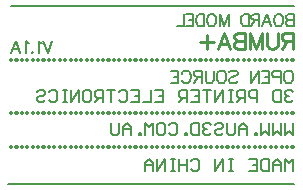
<source format=gbo>
G04 Layer_Color=32896*
%FSLAX44Y44*%
%MOMM*%
G71*
G01*
G75*
%ADD48C,0.2540*%
%ADD72C,0.1270*%
%ADD140C,0.2032*%
D48*
X854494Y296494D02*
Y295578D01*
X853578D01*
Y296494D01*
X854494D01*
X849912D02*
Y295578D01*
X848996D01*
Y296494D01*
X849912D01*
X845330D02*
Y295578D01*
X844414D01*
Y296494D01*
X845330D01*
X840748D02*
Y295578D01*
X839832D01*
Y296494D01*
X840748D01*
X836167D02*
Y295578D01*
X835250D01*
Y296494D01*
X836167D01*
X831585D02*
Y295578D01*
X830668D01*
Y296494D01*
X831585D01*
X827003D02*
Y295578D01*
X826087D01*
Y296494D01*
X827003D01*
X822421D02*
Y295578D01*
X821505D01*
Y296494D01*
X822421D01*
X817839D02*
Y295578D01*
X816923D01*
Y296494D01*
X817839D01*
X813257D02*
Y295578D01*
X812341D01*
Y296494D01*
X813257D01*
X808675D02*
Y295578D01*
X807759D01*
Y296494D01*
X808675D01*
X804094D02*
Y295578D01*
X803177D01*
Y296494D01*
X804094D01*
X799512D02*
Y295578D01*
X798595D01*
Y296494D01*
X799512D01*
X794930D02*
Y295578D01*
X794014D01*
Y296494D01*
X794930D01*
X790348D02*
Y295578D01*
X789432D01*
Y296494D01*
X790348D01*
X785766D02*
Y295578D01*
X784850D01*
Y296494D01*
X785766D01*
X781184D02*
Y295578D01*
X780268D01*
Y296494D01*
X781184D01*
X776602D02*
Y295578D01*
X775686D01*
Y296494D01*
X776602D01*
X772021D02*
Y295578D01*
X771104D01*
Y296494D01*
X772021D01*
X767439D02*
Y295578D01*
X766522D01*
Y296494D01*
X767439D01*
X762857D02*
Y295578D01*
X761941D01*
Y296494D01*
X762857D01*
X758275D02*
Y295578D01*
X757359D01*
Y296494D01*
X758275D01*
X753693D02*
Y295578D01*
X752777D01*
Y296494D01*
X753693D01*
X749111D02*
Y295578D01*
X748195D01*
Y296494D01*
X749111D01*
X744529D02*
Y295578D01*
X743613D01*
Y296494D01*
X744529D01*
X739948D02*
Y295578D01*
X739031D01*
Y296494D01*
X739948D01*
X735366D02*
Y295578D01*
X734449D01*
Y296494D01*
X735366D01*
X730784D02*
Y295578D01*
X729867D01*
Y296494D01*
X730784D01*
X726202D02*
Y295578D01*
X725286D01*
Y296494D01*
X726202D01*
X721620D02*
Y295578D01*
X720704D01*
Y296494D01*
X721620D01*
X717038D02*
Y295578D01*
X716122D01*
Y296494D01*
X717038D01*
X712457D02*
Y295578D01*
X711540D01*
Y296494D01*
X712457D01*
X707875D02*
Y295578D01*
X706958D01*
Y296494D01*
X707875D01*
X703293D02*
Y295578D01*
X702376D01*
Y296494D01*
X703293D01*
X698711D02*
Y295578D01*
X697794D01*
Y296494D01*
X698711D01*
X694129D02*
Y295578D01*
X693213D01*
Y296494D01*
X694129D01*
X689547D02*
Y295578D01*
X688631D01*
Y296494D01*
X689547D01*
X684965D02*
Y295578D01*
X684049D01*
Y296494D01*
X684965D01*
X680384D02*
Y295578D01*
X679467D01*
Y296494D01*
X680384D01*
X675802D02*
Y295578D01*
X674885D01*
Y296494D01*
X675802D01*
X671220D02*
Y295578D01*
X670303D01*
Y296494D01*
X671220D01*
X666638D02*
Y295578D01*
X665722D01*
Y296494D01*
X666638D01*
X662056D02*
Y295578D01*
X661140D01*
Y296494D01*
X662056D01*
X657474D02*
Y295578D01*
X656558D01*
Y296494D01*
X657474D01*
X652892D02*
Y295578D01*
X651976D01*
Y296494D01*
X652892D01*
X648310D02*
Y295578D01*
X647394D01*
Y296494D01*
X648310D01*
X643729D02*
Y295578D01*
X642812D01*
Y296494D01*
X643729D01*
X639147D02*
Y295578D01*
X638230D01*
Y296494D01*
X639147D01*
X634565D02*
Y295578D01*
X633649D01*
Y296494D01*
X634565D01*
X629983D02*
Y295578D01*
X629067D01*
Y296494D01*
X629983D01*
X625401D02*
Y295578D01*
X624485D01*
Y296494D01*
X625401D01*
X620819D02*
Y295578D01*
X619903D01*
Y296494D01*
X620819D01*
X616237D02*
Y295578D01*
X615321D01*
Y296494D01*
X616237D01*
X854494Y324942D02*
Y324026D01*
X853578D01*
Y324942D01*
X854494D01*
X849912D02*
Y324026D01*
X848996D01*
Y324942D01*
X849912D01*
X845330D02*
Y324026D01*
X844414D01*
Y324942D01*
X845330D01*
X840748D02*
Y324026D01*
X839832D01*
Y324942D01*
X840748D01*
X836167D02*
Y324026D01*
X835250D01*
Y324942D01*
X836167D01*
X831585D02*
Y324026D01*
X830668D01*
Y324942D01*
X831585D01*
X827003D02*
Y324026D01*
X826087D01*
Y324942D01*
X827003D01*
X822421D02*
Y324026D01*
X821505D01*
Y324942D01*
X822421D01*
X817839D02*
Y324026D01*
X816923D01*
Y324942D01*
X817839D01*
X813257D02*
Y324026D01*
X812341D01*
Y324942D01*
X813257D01*
X808675D02*
Y324026D01*
X807759D01*
Y324942D01*
X808675D01*
X804094D02*
Y324026D01*
X803177D01*
Y324942D01*
X804094D01*
X799512D02*
Y324026D01*
X798595D01*
Y324942D01*
X799512D01*
X794930D02*
Y324026D01*
X794014D01*
Y324942D01*
X794930D01*
X790348D02*
Y324026D01*
X789432D01*
Y324942D01*
X790348D01*
X785766D02*
Y324026D01*
X784850D01*
Y324942D01*
X785766D01*
X781184D02*
Y324026D01*
X780268D01*
Y324942D01*
X781184D01*
X776602D02*
Y324026D01*
X775686D01*
Y324942D01*
X776602D01*
X772021D02*
Y324026D01*
X771104D01*
Y324942D01*
X772021D01*
X767439D02*
Y324026D01*
X766522D01*
Y324942D01*
X767439D01*
X762857D02*
Y324026D01*
X761941D01*
Y324942D01*
X762857D01*
X758275D02*
Y324026D01*
X757359D01*
Y324942D01*
X758275D01*
X753693D02*
Y324026D01*
X752777D01*
Y324942D01*
X753693D01*
X749111D02*
Y324026D01*
X748195D01*
Y324942D01*
X749111D01*
X744529D02*
Y324026D01*
X743613D01*
Y324942D01*
X744529D01*
X739948D02*
Y324026D01*
X739031D01*
Y324942D01*
X739948D01*
X735366D02*
Y324026D01*
X734449D01*
Y324942D01*
X735366D01*
X730784D02*
Y324026D01*
X729867D01*
Y324942D01*
X730784D01*
X726202D02*
Y324026D01*
X725286D01*
Y324942D01*
X726202D01*
X721620D02*
Y324026D01*
X720704D01*
Y324942D01*
X721620D01*
X717038D02*
Y324026D01*
X716122D01*
Y324942D01*
X717038D01*
X712457D02*
Y324026D01*
X711540D01*
Y324942D01*
X712457D01*
X707875D02*
Y324026D01*
X706958D01*
Y324942D01*
X707875D01*
X703293D02*
Y324026D01*
X702376D01*
Y324942D01*
X703293D01*
X698711D02*
Y324026D01*
X697794D01*
Y324942D01*
X698711D01*
X694129D02*
Y324026D01*
X693213D01*
Y324942D01*
X694129D01*
X689547D02*
Y324026D01*
X688631D01*
Y324942D01*
X689547D01*
X684965D02*
Y324026D01*
X684049D01*
Y324942D01*
X684965D01*
X680384D02*
Y324026D01*
X679467D01*
Y324942D01*
X680384D01*
X675802D02*
Y324026D01*
X674885D01*
Y324942D01*
X675802D01*
X671220D02*
Y324026D01*
X670303D01*
Y324942D01*
X671220D01*
X666638D02*
Y324026D01*
X665722D01*
Y324942D01*
X666638D01*
X662056D02*
Y324026D01*
X661140D01*
Y324942D01*
X662056D01*
X657474D02*
Y324026D01*
X656558D01*
Y324942D01*
X657474D01*
X652892D02*
Y324026D01*
X651976D01*
Y324942D01*
X652892D01*
X648310D02*
Y324026D01*
X647394D01*
Y324942D01*
X648310D01*
X643729D02*
Y324026D01*
X642812D01*
Y324942D01*
X643729D01*
X639147D02*
Y324026D01*
X638230D01*
Y324942D01*
X639147D01*
X634565D02*
Y324026D01*
X633649D01*
Y324942D01*
X634565D01*
X629983D02*
Y324026D01*
X629067D01*
Y324942D01*
X629983D01*
X625401D02*
Y324026D01*
X624485D01*
Y324942D01*
X625401D01*
X620819D02*
Y324026D01*
X619903D01*
Y324942D01*
X620819D01*
X616237D02*
Y324026D01*
X615321D01*
Y324942D01*
X616237D01*
X854494Y369900D02*
Y368984D01*
X853578D01*
Y369900D01*
X854494D01*
X849912D02*
Y368984D01*
X848996D01*
Y369900D01*
X849912D01*
X845330D02*
Y368984D01*
X844414D01*
Y369900D01*
X845330D01*
X840748D02*
Y368984D01*
X839832D01*
Y369900D01*
X840748D01*
X836167D02*
Y368984D01*
X835250D01*
Y369900D01*
X836167D01*
X831585D02*
Y368984D01*
X830668D01*
Y369900D01*
X831585D01*
X827003D02*
Y368984D01*
X826087D01*
Y369900D01*
X827003D01*
X822421D02*
Y368984D01*
X821505D01*
Y369900D01*
X822421D01*
X817839D02*
Y368984D01*
X816923D01*
Y369900D01*
X817839D01*
X813257D02*
Y368984D01*
X812341D01*
Y369900D01*
X813257D01*
X808675D02*
Y368984D01*
X807759D01*
Y369900D01*
X808675D01*
X804094D02*
Y368984D01*
X803177D01*
Y369900D01*
X804094D01*
X799512D02*
Y368984D01*
X798595D01*
Y369900D01*
X799512D01*
X794930D02*
Y368984D01*
X794014D01*
Y369900D01*
X794930D01*
X790348D02*
Y368984D01*
X789432D01*
Y369900D01*
X790348D01*
X785766D02*
Y368984D01*
X784850D01*
Y369900D01*
X785766D01*
X781184D02*
Y368984D01*
X780268D01*
Y369900D01*
X781184D01*
X776602D02*
Y368984D01*
X775686D01*
Y369900D01*
X776602D01*
X772021D02*
Y368984D01*
X771104D01*
Y369900D01*
X772021D01*
X767439D02*
Y368984D01*
X766522D01*
Y369900D01*
X767439D01*
X762857D02*
Y368984D01*
X761941D01*
Y369900D01*
X762857D01*
X758275D02*
Y368984D01*
X757359D01*
Y369900D01*
X758275D01*
X753693D02*
Y368984D01*
X752777D01*
Y369900D01*
X753693D01*
X749111D02*
Y368984D01*
X748195D01*
Y369900D01*
X749111D01*
X744529D02*
Y368984D01*
X743613D01*
Y369900D01*
X744529D01*
X739948D02*
Y368984D01*
X739031D01*
Y369900D01*
X739948D01*
X735366D02*
Y368984D01*
X734449D01*
Y369900D01*
X735366D01*
X730784D02*
Y368984D01*
X729867D01*
Y369900D01*
X730784D01*
X726202D02*
Y368984D01*
X725286D01*
Y369900D01*
X726202D01*
X721620D02*
Y368984D01*
X720704D01*
Y369900D01*
X721620D01*
X717038D02*
Y368984D01*
X716122D01*
Y369900D01*
X717038D01*
X712457D02*
Y368984D01*
X711540D01*
Y369900D01*
X712457D01*
X707875D02*
Y368984D01*
X706958D01*
Y369900D01*
X707875D01*
X703293D02*
Y368984D01*
X702376D01*
Y369900D01*
X703293D01*
X698711D02*
Y368984D01*
X697794D01*
Y369900D01*
X698711D01*
X694129D02*
Y368984D01*
X693213D01*
Y369900D01*
X694129D01*
X689547D02*
Y368984D01*
X688631D01*
Y369900D01*
X689547D01*
X684965D02*
Y368984D01*
X684049D01*
Y369900D01*
X684965D01*
X680384D02*
Y368984D01*
X679467D01*
Y369900D01*
X680384D01*
X675802D02*
Y368984D01*
X674885D01*
Y369900D01*
X675802D01*
X671220D02*
Y368984D01*
X670303D01*
Y369900D01*
X671220D01*
X666638D02*
Y368984D01*
X665722D01*
Y369900D01*
X666638D01*
X662056D02*
Y368984D01*
X661140D01*
Y369900D01*
X662056D01*
X657474D02*
Y368984D01*
X656558D01*
Y369900D01*
X657474D01*
X652892D02*
Y368984D01*
X651976D01*
Y369900D01*
X652892D01*
X648310D02*
Y368984D01*
X647394D01*
Y369900D01*
X648310D01*
X643729D02*
Y368984D01*
X642812D01*
Y369900D01*
X643729D01*
X639147D02*
Y368984D01*
X638230D01*
Y369900D01*
X639147D01*
X634565D02*
Y368984D01*
X633649D01*
Y369900D01*
X634565D01*
X629983D02*
Y368984D01*
X629067D01*
Y369900D01*
X629983D01*
X625401D02*
Y368984D01*
X624485D01*
Y369900D01*
X625401D01*
X620819D02*
Y368984D01*
X619903D01*
Y369900D01*
X620819D01*
X616237D02*
Y368984D01*
X615321D01*
Y369900D01*
X616237D01*
X854494Y391995D02*
Y378028D01*
Y391995D02*
X848508D01*
X846513Y391330D01*
X845848Y390665D01*
X845183Y389335D01*
Y388005D01*
X845848Y386674D01*
X846513Y386009D01*
X848508Y385344D01*
X854494D01*
X849838D02*
X845183Y378028D01*
X842057Y391995D02*
Y382019D01*
X841392Y380023D01*
X840061Y378693D01*
X838066Y378028D01*
X836736D01*
X834741Y378693D01*
X833410Y380023D01*
X832745Y382019D01*
Y391995D01*
X828888D02*
Y378028D01*
Y391995D02*
X823567Y378028D01*
X818246Y391995D02*
X823567Y378028D01*
X818246Y391995D02*
Y378028D01*
X814256Y391995D02*
Y378028D01*
Y391995D02*
X808270D01*
X806275Y391330D01*
X805610Y390665D01*
X804944Y389335D01*
Y388005D01*
X805610Y386674D01*
X806275Y386009D01*
X808270Y385344D01*
X814256D02*
X808270D01*
X806275Y384679D01*
X805610Y384014D01*
X804944Y382684D01*
Y380689D01*
X805610Y379358D01*
X806275Y378693D01*
X808270Y378028D01*
X814256D01*
X791177D02*
X796498Y391995D01*
X801818Y378028D01*
X799823Y382684D02*
X793172D01*
X781932Y390000D02*
Y378028D01*
X787918Y384014D02*
X775946D01*
D72*
X651040Y385138D02*
X647170Y374980D01*
X643301Y385138D02*
X647170Y374980D01*
X641995Y383203D02*
X641027Y383687D01*
X639576Y385138D01*
Y374980D01*
X634062Y375948D02*
X634546Y375464D01*
X634062Y374980D01*
X633578Y375464D01*
X634062Y375948D01*
X631353Y383203D02*
X630386Y383687D01*
X628935Y385138D01*
Y374980D01*
X616165D02*
X620034Y385138D01*
X623904Y374980D01*
X622453Y378366D02*
X617616D01*
X855764Y407744D02*
Y397586D01*
Y407744D02*
X851411D01*
X849959Y407260D01*
X849476Y406777D01*
X848992Y405809D01*
Y404842D01*
X849476Y403874D01*
X849959Y403391D01*
X851411Y402907D01*
X855764D02*
X851411D01*
X849959Y402423D01*
X849476Y401940D01*
X848992Y400972D01*
Y399521D01*
X849476Y398554D01*
X849959Y398070D01*
X851411Y397586D01*
X855764D01*
X843817Y407744D02*
X844784Y407260D01*
X845751Y406293D01*
X846235Y405326D01*
X846719Y403874D01*
Y401456D01*
X846235Y400005D01*
X845751Y399037D01*
X844784Y398070D01*
X843817Y397586D01*
X841882D01*
X840914Y398070D01*
X839947Y399037D01*
X839463Y400005D01*
X838979Y401456D01*
Y403874D01*
X839463Y405326D01*
X839947Y406293D01*
X840914Y407260D01*
X841882Y407744D01*
X843817D01*
X828870Y397586D02*
X832740Y407744D01*
X836609Y397586D01*
X835158Y400972D02*
X830321D01*
X826500Y407744D02*
Y397586D01*
Y407744D02*
X822146D01*
X820695Y407260D01*
X820212Y406777D01*
X819728Y405809D01*
Y404842D01*
X820212Y403874D01*
X820695Y403391D01*
X822146Y402907D01*
X826500D01*
X823114D02*
X819728Y397586D01*
X817455Y407744D02*
Y397586D01*
Y407744D02*
X814069D01*
X812617Y407260D01*
X811650Y406293D01*
X811166Y405326D01*
X810683Y403874D01*
Y401456D01*
X811166Y400005D01*
X811650Y399037D01*
X812617Y398070D01*
X814069Y397586D01*
X817455D01*
X800428Y407744D02*
Y397586D01*
Y407744D02*
X796558Y397586D01*
X792689Y407744D02*
X796558Y397586D01*
X792689Y407744D02*
Y397586D01*
X786884Y407744D02*
X787852Y407260D01*
X788819Y406293D01*
X789303Y405326D01*
X789787Y403874D01*
Y401456D01*
X789303Y400005D01*
X788819Y399037D01*
X787852Y398070D01*
X786884Y397586D01*
X784949D01*
X783982Y398070D01*
X783015Y399037D01*
X782531Y400005D01*
X782047Y401456D01*
Y403874D01*
X782531Y405326D01*
X783015Y406293D01*
X783982Y407260D01*
X784949Y407744D01*
X786884D01*
X779677D02*
Y397586D01*
Y407744D02*
X776291D01*
X774840Y407260D01*
X773873Y406293D01*
X773389Y405326D01*
X772905Y403874D01*
Y401456D01*
X773389Y400005D01*
X773873Y399037D01*
X774840Y398070D01*
X776291Y397586D01*
X779677D01*
X764344Y407744D02*
X770632D01*
Y397586D01*
X764344D01*
X770632Y402907D02*
X766762D01*
X762651Y407744D02*
Y397586D01*
X756846D01*
D140*
X616242Y414858D02*
X856018D01*
X613956Y263728D02*
X856018D01*
X855002Y315287D02*
Y305130D01*
X851616Y308516D01*
X848231Y305130D01*
Y315287D01*
X844845D02*
Y305130D01*
X841460Y308516D01*
X838074Y305130D01*
Y315287D01*
X834689D02*
Y305130D01*
X831303Y308516D01*
X827917Y305130D01*
Y315287D01*
X824532Y305130D02*
Y306823D01*
X822839D01*
Y305130D01*
X824532D01*
X816068D02*
Y311901D01*
X812682Y315287D01*
X809297Y311901D01*
Y305130D01*
Y310208D01*
X816068D01*
X805911Y315287D02*
Y306823D01*
X804218Y305130D01*
X800833D01*
X799140Y306823D01*
Y315287D01*
X788983Y313594D02*
X790676Y315287D01*
X794062D01*
X795754Y313594D01*
Y311901D01*
X794062Y310208D01*
X790676D01*
X788983Y308516D01*
Y306823D01*
X790676Y305130D01*
X794062D01*
X795754Y306823D01*
X785598Y313594D02*
X783905Y315287D01*
X780519D01*
X778827Y313594D01*
Y311901D01*
X780519Y310208D01*
X782212D01*
X780519D01*
X778827Y308516D01*
Y306823D01*
X780519Y305130D01*
X783905D01*
X785598Y306823D01*
X775441Y315287D02*
Y305130D01*
X770363D01*
X768670Y306823D01*
Y313594D01*
X770363Y315287D01*
X775441D01*
X765284Y305130D02*
Y306823D01*
X763592D01*
Y305130D01*
X765284D01*
X750049Y313594D02*
X751742Y315287D01*
X755127D01*
X756820Y313594D01*
Y306823D01*
X755127Y305130D01*
X751742D01*
X750049Y306823D01*
X741585Y315287D02*
X744971D01*
X746664Y313594D01*
Y306823D01*
X744971Y305130D01*
X741585D01*
X739893Y306823D01*
Y313594D01*
X741585Y315287D01*
X736507Y305130D02*
Y315287D01*
X733121Y311901D01*
X729736Y315287D01*
Y305130D01*
X726350D02*
Y306823D01*
X724657D01*
Y305130D01*
X726350D01*
X717886D02*
Y311901D01*
X714501Y315287D01*
X711115Y311901D01*
Y305130D01*
Y310208D01*
X717886D01*
X707729Y315287D02*
Y306823D01*
X706037Y305130D01*
X702651D01*
X700958Y306823D01*
Y315287D01*
X851955Y359992D02*
X852970Y359484D01*
X853986Y358468D01*
X854494Y357452D01*
X855002Y355929D01*
Y353389D01*
X854494Y351866D01*
X853986Y350850D01*
X852970Y349834D01*
X851955Y349326D01*
X849923D01*
X848907Y349834D01*
X847891Y350850D01*
X847384Y351866D01*
X846876Y353389D01*
Y355929D01*
X847384Y357452D01*
X847891Y358468D01*
X848907Y359484D01*
X849923Y359992D01*
X851955D01*
X844387Y354405D02*
X839816D01*
X838292Y354913D01*
X837785Y355421D01*
X837277Y356437D01*
Y357960D01*
X837785Y358976D01*
X838292Y359484D01*
X839816Y359992D01*
X844387D01*
Y349326D01*
X828287Y359992D02*
X834890D01*
Y349326D01*
X828287D01*
X834890Y354913D02*
X830826D01*
X826509Y359992D02*
Y349326D01*
Y359992D02*
X819399Y349326D01*
Y359992D02*
Y349326D01*
X800962Y358468D02*
X801978Y359484D01*
X803502Y359992D01*
X805533D01*
X807057Y359484D01*
X808073Y358468D01*
Y357452D01*
X807565Y356437D01*
X807057Y355929D01*
X806041Y355421D01*
X802994Y354405D01*
X801978Y353897D01*
X801470Y353389D01*
X800962Y352374D01*
Y350850D01*
X801978Y349834D01*
X803502Y349326D01*
X805533D01*
X807057Y349834D01*
X808073Y350850D01*
X795528Y359992D02*
X796544Y359484D01*
X797560Y358468D01*
X798067Y357452D01*
X798575Y355929D01*
Y353389D01*
X798067Y351866D01*
X797560Y350850D01*
X796544Y349834D01*
X795528Y349326D01*
X793496D01*
X792481Y349834D01*
X791465Y350850D01*
X790957Y351866D01*
X790449Y353389D01*
Y355929D01*
X790957Y357452D01*
X791465Y358468D01*
X792481Y359484D01*
X793496Y359992D01*
X795528D01*
X787960D02*
Y352374D01*
X787452Y350850D01*
X786437Y349834D01*
X784913Y349326D01*
X783897D01*
X782374Y349834D01*
X781358Y350850D01*
X780850Y352374D01*
Y359992D01*
X777904D02*
Y349326D01*
Y359992D02*
X773333D01*
X771809Y359484D01*
X771302Y358976D01*
X770794Y357960D01*
Y356945D01*
X771302Y355929D01*
X771809Y355421D01*
X773333Y354913D01*
X777904D01*
X774349D02*
X770794Y349326D01*
X760788Y357452D02*
X761296Y358468D01*
X762312Y359484D01*
X763328Y359992D01*
X765359D01*
X766375Y359484D01*
X767391Y358468D01*
X767899Y357452D01*
X768407Y355929D01*
Y353389D01*
X767899Y351866D01*
X767391Y350850D01*
X766375Y349834D01*
X765359Y349326D01*
X763328D01*
X762312Y349834D01*
X761296Y350850D01*
X760788Y351866D01*
X751189Y359992D02*
X757792D01*
Y349326D01*
X751189D01*
X757792Y354913D02*
X753728D01*
X855002Y341534D02*
X853309Y343227D01*
X849924D01*
X848231Y341534D01*
Y339841D01*
X849924Y338148D01*
X851616D01*
X849924D01*
X848231Y336456D01*
Y334763D01*
X849924Y333070D01*
X853309D01*
X855002Y334763D01*
X844845Y343227D02*
Y333070D01*
X839767D01*
X838074Y334763D01*
Y341534D01*
X839767Y343227D01*
X844845D01*
X824532Y333070D02*
Y343227D01*
X819454D01*
X817761Y341534D01*
Y338148D01*
X819454Y336456D01*
X824532D01*
X814375Y333070D02*
Y343227D01*
X809297D01*
X807604Y341534D01*
Y338148D01*
X809297Y336456D01*
X814375D01*
X810990D02*
X807604Y333070D01*
X804218Y343227D02*
X800833D01*
X802526D01*
Y333070D01*
X804218D01*
X800833D01*
X795754D02*
Y343227D01*
X788983Y333070D01*
Y343227D01*
X785598D02*
X778827D01*
X782212D01*
Y333070D01*
X768670Y343227D02*
X775441D01*
Y333070D01*
X768670D01*
X775441Y338148D02*
X772055D01*
X765284Y333070D02*
Y343227D01*
X760206D01*
X758513Y341534D01*
Y338148D01*
X760206Y336456D01*
X765284D01*
X761899D02*
X758513Y333070D01*
X738200Y343227D02*
X744971D01*
Y333070D01*
X738200D01*
X744971Y338148D02*
X741585D01*
X734814Y343227D02*
Y333070D01*
X728043D01*
X717886Y343227D02*
X724657D01*
Y333070D01*
X717886D01*
X724657Y338148D02*
X721272D01*
X707729Y341534D02*
X709422Y343227D01*
X712808D01*
X714501Y341534D01*
Y334763D01*
X712808Y333070D01*
X709422D01*
X707729Y334763D01*
X704344Y343227D02*
X697573D01*
X700958D01*
Y333070D01*
X694187D02*
Y343227D01*
X689109D01*
X687416Y341534D01*
Y338148D01*
X689109Y336456D01*
X694187D01*
X690802D02*
X687416Y333070D01*
X678952Y343227D02*
X682338D01*
X684031Y341534D01*
Y334763D01*
X682338Y333070D01*
X678952D01*
X677259Y334763D01*
Y341534D01*
X678952Y343227D01*
X673874Y333070D02*
Y343227D01*
X667103Y333070D01*
Y343227D01*
X663717D02*
X660331D01*
X662024D01*
Y333070D01*
X663717D01*
X660331D01*
X648482Y341534D02*
X650175Y343227D01*
X653560D01*
X655253Y341534D01*
Y334763D01*
X653560Y333070D01*
X650175D01*
X648482Y334763D01*
X638325Y341534D02*
X640018Y343227D01*
X643404D01*
X645096Y341534D01*
Y339841D01*
X643404Y338148D01*
X640018D01*
X638325Y336456D01*
Y334763D01*
X640018Y333070D01*
X643404D01*
X645096Y334763D01*
X855002Y274650D02*
Y284807D01*
X851616Y281421D01*
X848231Y284807D01*
Y274650D01*
X844845D02*
Y281421D01*
X841460Y284807D01*
X838074Y281421D01*
Y274650D01*
Y279729D01*
X844845D01*
X834689Y284807D02*
Y274650D01*
X829610D01*
X827917Y276343D01*
Y283114D01*
X829610Y284807D01*
X834689D01*
X817761D02*
X824532D01*
Y274650D01*
X817761D01*
X824532Y279729D02*
X821146D01*
X804218Y284807D02*
X800833D01*
X802526D01*
Y274650D01*
X804218D01*
X800833D01*
X795754D02*
Y284807D01*
X788983Y274650D01*
Y284807D01*
X768670Y283114D02*
X770363Y284807D01*
X773748D01*
X775441Y283114D01*
Y276343D01*
X773748Y274650D01*
X770363D01*
X768670Y276343D01*
X765284Y284807D02*
Y274650D01*
Y279729D01*
X758513D01*
Y284807D01*
Y274650D01*
X755127Y284807D02*
X751742D01*
X753435D01*
Y274650D01*
X755127D01*
X751742D01*
X746664D02*
Y284807D01*
X739893Y274650D01*
Y284807D01*
X736507Y274650D02*
Y281421D01*
X733121Y284807D01*
X729736Y281421D01*
Y274650D01*
Y279729D01*
X736507D01*
M02*

</source>
